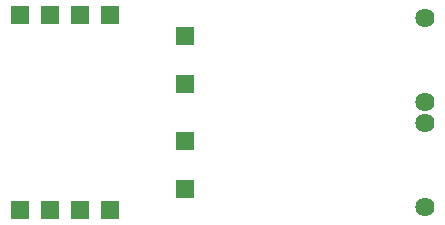
<source format=gbr>
G75*
%MOIN*%
%OFA0B0*%
%FSLAX25Y25*%
%IPPOS*%
%LPD*%
%AMOC8*
5,1,8,0,0,1.08239X$1,22.5*
%
%ADD10R,0.06400X0.06400*%
%ADD11C,0.06400*%
D10*
X0062500Y0075000D03*
X0072500Y0075000D03*
X0052500Y0075000D03*
X0042500Y0075000D03*
X0042500Y0010000D03*
X0052500Y0010000D03*
X0062500Y0010000D03*
X0072500Y0010000D03*
X0097500Y0052126D03*
X0097500Y0067874D03*
X0097500Y0017126D03*
X0097500Y0032874D03*
D11*
X0177500Y0046000D03*
X0177500Y0074000D03*
X0177500Y0011000D03*
X0177500Y0039000D03*
M02*

</source>
